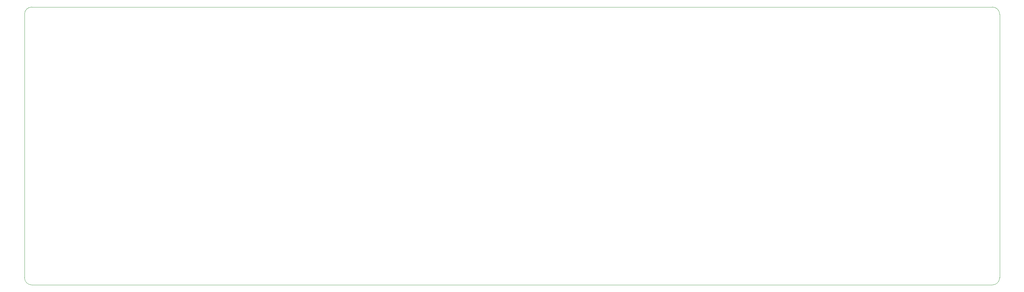
<source format=gm1>
G04 #@! TF.GenerationSoftware,KiCad,Pcbnew,(5.1.4)-1*
G04 #@! TF.CreationDate,2021-09-25T13:38:15-04:00*
G04 #@! TF.ProjectId,horizon-mx,686f7269-7a6f-46e2-9d6d-782e6b696361,rev?*
G04 #@! TF.SameCoordinates,Original*
G04 #@! TF.FileFunction,Profile,NP*
%FSLAX46Y46*%
G04 Gerber Fmt 4.6, Leading zero omitted, Abs format (unit mm)*
G04 Created by KiCad (PCBNEW (5.1.4)-1) date 2021-09-25 13:38:15*
%MOMM*%
%LPD*%
G04 APERTURE LIST*
%ADD10C,0.050000*%
G04 APERTURE END LIST*
D10*
X78000000Y-171000000D02*
G75*
G02X76000000Y-169000000I0J2000000D01*
G01*
X342000000Y-169000000D02*
G75*
G02X340000000Y-171000000I-2000000J0D01*
G01*
X340000000Y-95000000D02*
G75*
G02X342000000Y-97000000I0J-2000000D01*
G01*
X76000000Y-97000000D02*
G75*
G02X78000000Y-95000000I2000000J0D01*
G01*
X76000000Y-169000000D02*
X76000000Y-97000000D01*
X340000000Y-171000000D02*
X78000000Y-171000000D01*
X342000000Y-97000000D02*
X342000000Y-169000000D01*
X78000000Y-95000000D02*
X340000000Y-95000000D01*
M02*

</source>
